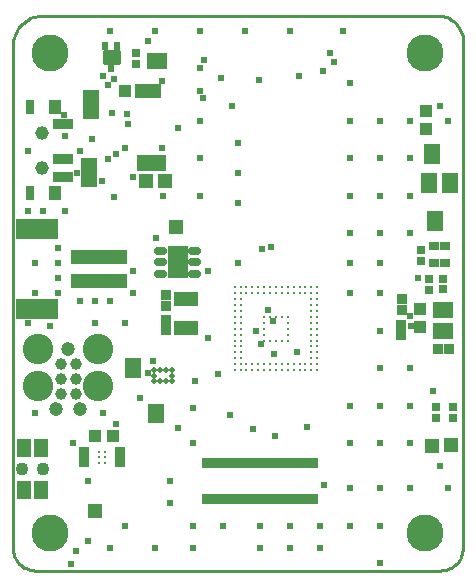
<source format=gbr>
G04 EAGLE Gerber RS-274X export*
G75*
%MOMM*%
%FSLAX34Y34*%
%LPD*%
%INSoldermask Top*%
%IPPOS*%
%AMOC8*
5,1,8,0,0,1.08239X$1,22.5*%
G01*
%ADD10C,3.124200*%
%ADD11R,1.353200X1.653200*%
%ADD12R,0.823200X0.823200*%
%ADD13R,1.653200X1.353200*%
%ADD14R,1.153200X1.203200*%
%ADD15R,0.903200X0.803200*%
%ADD16R,4.803200X1.203200*%
%ADD17R,3.603200X1.803200*%
%ADD18C,0.990600*%
%ADD19C,1.193800*%
%ADD20C,2.578100*%
%ADD21R,1.473200X0.838200*%
%ADD22R,0.838200X1.473200*%
%ADD23R,0.246381X0.787400*%
%ADD24R,9.937600X0.812800*%
%ADD25R,1.003200X1.003200*%
%ADD26R,0.703200X0.703200*%
%ADD27R,1.253200X1.603200*%
%ADD28C,1.103200*%
%ADD29R,1.703200X0.903200*%
%ADD30R,0.803200X1.203200*%
%ADD31R,1.003200X1.203200*%
%ADD32C,1.153200*%
%ADD33C,0.304800*%
%ADD34C,0.325000*%
%ADD35R,1.803200X2.703200*%
%ADD36C,0.653200*%
%ADD37R,2.108200X1.295400*%
%ADD38R,1.203200X1.203200*%
%ADD39C,0.508000*%
%ADD40R,2.203200X1.303200*%
%ADD41R,0.512413X0.703200*%
%ADD42R,0.512413X0.853200*%
%ADD43C,0.409087*%
%ADD44C,0.606400*%
%ADD45C,0.254000*%


D10*
X31750Y31750D03*
X349250Y31750D03*
X349250Y438150D03*
X31750Y438150D03*
D11*
X351934Y328422D03*
X369934Y328422D03*
D12*
X359990Y187960D03*
X368990Y187960D03*
D13*
X364236Y202836D03*
X364236Y220836D03*
D12*
X129540Y233100D03*
X129540Y224100D03*
X129540Y203526D03*
X129540Y212526D03*
X60198Y100766D03*
X60198Y91766D03*
X90678Y100766D03*
X90678Y91766D03*
X329184Y220544D03*
X329184Y229544D03*
X328930Y208208D03*
X328930Y199208D03*
D14*
X112650Y329692D03*
X128650Y329692D03*
D15*
X356188Y260716D03*
X356188Y274716D03*
X366188Y260716D03*
X366188Y274716D03*
D16*
X72560Y245270D03*
X72560Y265270D03*
D17*
X20560Y221270D03*
X20560Y289270D03*
D18*
X40386Y175006D03*
X40386Y162306D03*
X40386Y149606D03*
X53086Y149606D03*
X53086Y162306D03*
X53086Y175006D03*
D19*
X46736Y187706D03*
X56886Y136906D03*
X36586Y136906D03*
D20*
X72136Y187706D03*
X72136Y155956D03*
X21336Y155956D03*
X21336Y187706D03*
D21*
X357378Y292100D03*
X357378Y300228D03*
D22*
X118110Y431800D03*
X126238Y431800D03*
D21*
X121158Y129032D03*
X121158Y137160D03*
D23*
X201556Y60833D03*
X197556Y60833D03*
X193556Y60833D03*
X189556Y60833D03*
X185556Y60833D03*
X181556Y60833D03*
X177556Y60833D03*
X173556Y60833D03*
X169556Y60833D03*
X165556Y60833D03*
X161556Y60833D03*
X245556Y60833D03*
X241556Y60833D03*
X237556Y60833D03*
X233556Y60833D03*
X229556Y60833D03*
X225556Y60833D03*
X221556Y60833D03*
X217556Y60833D03*
X213556Y60833D03*
X209556Y60833D03*
X205556Y60833D03*
X197556Y91567D03*
X193556Y91567D03*
X189556Y91567D03*
X185556Y91567D03*
X181556Y91567D03*
X177556Y91567D03*
X173556Y91567D03*
X169556Y91567D03*
X165556Y91567D03*
X161556Y91567D03*
X245556Y91567D03*
X241556Y91567D03*
X237556Y91567D03*
X233556Y91567D03*
X229556Y91567D03*
X225556Y91567D03*
X221556Y91567D03*
X217556Y91567D03*
X213556Y91567D03*
X209556Y91567D03*
X205556Y91567D03*
X201556Y91567D03*
D24*
X209550Y60960D03*
X209550Y91440D03*
D23*
X257556Y60833D03*
X253556Y60833D03*
X249556Y60833D03*
X257556Y91567D03*
X253556Y91567D03*
X249556Y91567D03*
D25*
X344932Y206114D03*
X344932Y221114D03*
D26*
X372364Y129104D03*
X372364Y138104D03*
X358648Y129104D03*
X358648Y138104D03*
X345186Y271200D03*
X345186Y262200D03*
X363982Y247070D03*
X363982Y238070D03*
X352044Y246816D03*
X352044Y237816D03*
D25*
X349758Y388754D03*
X349758Y373754D03*
X69462Y114300D03*
X84462Y114300D03*
D27*
X24014Y103852D03*
X24014Y67852D03*
X9514Y103852D03*
X9514Y67852D03*
D28*
X7764Y85852D03*
X25764Y85852D03*
D29*
X42392Y333354D03*
X42392Y348354D03*
X42392Y378354D03*
D30*
X14892Y319354D03*
D31*
X35892Y319354D03*
D30*
X14892Y392354D03*
D31*
X35892Y392354D03*
D32*
X24892Y340854D03*
X24892Y370854D03*
D33*
X222758Y234724D03*
X217758Y234724D03*
X212758Y234724D03*
X227758Y234724D03*
X232758Y234724D03*
X197758Y234724D03*
X192758Y234724D03*
X187758Y234724D03*
X202758Y234724D03*
X207758Y234724D03*
X247758Y234724D03*
X242758Y234724D03*
X237758Y234724D03*
X252758Y234724D03*
X257758Y234724D03*
X192758Y229724D03*
X187758Y229724D03*
X252758Y229724D03*
X257758Y229724D03*
X222758Y239749D03*
X217758Y239749D03*
X212758Y239749D03*
X227758Y239749D03*
X232758Y239749D03*
X197758Y239749D03*
X192758Y239749D03*
X187758Y239749D03*
X202758Y239749D03*
X207758Y239749D03*
X247758Y239749D03*
X242758Y239749D03*
X237758Y239749D03*
X252758Y239749D03*
X257758Y239749D03*
X192758Y224724D03*
X187758Y224724D03*
X252758Y224724D03*
X257758Y224724D03*
X192758Y219724D03*
X187758Y219724D03*
X252758Y219724D03*
X257758Y219724D03*
X222758Y214724D03*
X217758Y214724D03*
X212758Y214724D03*
X227758Y214724D03*
X232758Y214724D03*
X192758Y214724D03*
X187758Y214724D03*
X252758Y214724D03*
X257758Y214724D03*
X212758Y209724D03*
X232758Y209724D03*
X192758Y209724D03*
X187758Y209724D03*
X252758Y209724D03*
X257758Y209724D03*
X212758Y204724D03*
X232758Y204724D03*
X192758Y204724D03*
X187758Y204724D03*
X252758Y204724D03*
X257758Y204724D03*
X212758Y199724D03*
X232758Y199724D03*
X192758Y199724D03*
X187758Y199724D03*
X252758Y199724D03*
X257758Y199724D03*
X222758Y194724D03*
X217758Y194724D03*
X212758Y194724D03*
X227758Y194724D03*
X232758Y194724D03*
X192758Y194724D03*
X187758Y194724D03*
X252758Y194724D03*
X257758Y194724D03*
X192758Y189724D03*
X187758Y189724D03*
X252758Y189724D03*
X257758Y189724D03*
X192758Y184724D03*
X187758Y184724D03*
X252758Y184724D03*
X257758Y184724D03*
X192758Y179724D03*
X187758Y179724D03*
X252758Y179724D03*
X257758Y179724D03*
X222758Y174724D03*
X217758Y174724D03*
X212758Y174724D03*
X227758Y174724D03*
X232758Y174724D03*
X197758Y174724D03*
X192758Y174724D03*
X187758Y174724D03*
X202758Y174724D03*
X207758Y174724D03*
X247758Y174724D03*
X242758Y174724D03*
X237758Y174724D03*
X252758Y174724D03*
X257758Y174724D03*
X222758Y169724D03*
X217758Y169724D03*
X212758Y169724D03*
X227758Y169724D03*
X232758Y169724D03*
X197758Y169724D03*
X192758Y169724D03*
X187758Y169724D03*
X202758Y169724D03*
X207758Y169724D03*
X247758Y169724D03*
X242758Y169724D03*
X237758Y169724D03*
X252758Y169724D03*
X257758Y169724D03*
D34*
X77684Y100758D03*
X72684Y100758D03*
X77684Y95758D03*
X72684Y95758D03*
X77684Y90758D03*
X72684Y90758D03*
D35*
X139446Y260858D03*
D36*
X151946Y260858D02*
X155946Y260858D01*
X126946Y260858D02*
X122946Y260858D01*
X151946Y270858D02*
X155946Y270858D01*
X155946Y250858D02*
X151946Y250858D01*
X126946Y250858D02*
X122946Y250858D01*
X122946Y270858D02*
X126946Y270858D01*
D37*
X146812Y229870D03*
X146812Y204978D03*
D21*
X66548Y386334D03*
X66548Y394462D03*
X66548Y402590D03*
D38*
X137922Y290830D03*
X69850Y50800D03*
X355092Y105664D03*
X370586Y105918D03*
D22*
X109474Y345186D03*
X117602Y345186D03*
X125730Y345186D03*
D21*
X64770Y328676D03*
X64770Y336804D03*
X64770Y344932D03*
D39*
X119500Y160100D03*
X119500Y165100D03*
X119500Y170100D03*
X124500Y160100D03*
X124500Y170100D03*
X129500Y160100D03*
X129500Y170100D03*
X134500Y160100D03*
X134500Y165100D03*
X134500Y170100D03*
D21*
X101600Y167386D03*
X101600Y175514D03*
X354584Y348488D03*
X354584Y356616D03*
D40*
X114100Y406400D03*
D25*
X95100Y406400D03*
D26*
X104394Y429078D03*
X104394Y438078D03*
D41*
X88312Y443848D03*
D42*
X83312Y426598D03*
D41*
X78312Y443848D03*
D43*
X77841Y438819D02*
X88783Y438819D01*
X88783Y430877D01*
X77841Y430877D01*
X77841Y438819D01*
X77841Y434763D02*
X88783Y434763D01*
X88783Y438649D02*
X77841Y438649D01*
D44*
X85598Y316484D03*
X87122Y353060D03*
X162052Y432562D03*
X209788Y191639D03*
X311150Y107950D03*
X311150Y69850D03*
X336550Y69850D03*
X336550Y107950D03*
X285750Y107950D03*
X285750Y69850D03*
X285750Y38100D03*
X311150Y38100D03*
X260350Y38100D03*
X234950Y38100D03*
X209550Y38100D03*
X177800Y38100D03*
X152400Y38100D03*
X95250Y38100D03*
X82550Y19050D03*
X120650Y19050D03*
X152400Y19050D03*
X209550Y19050D03*
X234950Y19050D03*
X260350Y19050D03*
X311150Y6350D03*
X368300Y69850D03*
X361950Y88900D03*
X336550Y139700D03*
X311150Y139700D03*
X285750Y139700D03*
X311150Y171450D03*
X336550Y171450D03*
X311150Y203200D03*
X311150Y234950D03*
X311150Y260350D03*
X311150Y285750D03*
X311150Y317500D03*
X311150Y349250D03*
X311150Y381000D03*
X285750Y381000D03*
X285750Y349250D03*
X285750Y317500D03*
X285750Y285750D03*
X285750Y260350D03*
X285750Y234950D03*
X336550Y285750D03*
X336550Y317500D03*
X336550Y349250D03*
X336550Y381000D03*
X368300Y381000D03*
X279400Y457200D03*
X234950Y457200D03*
X196850Y457200D03*
X158750Y457200D03*
X120650Y457200D03*
X82550Y457200D03*
X158750Y425450D03*
X158750Y381000D03*
X158750Y349250D03*
X158750Y317500D03*
X127000Y317500D03*
X25400Y304800D03*
X12700Y304800D03*
X12700Y355600D03*
X285750Y412750D03*
X190500Y361950D03*
X190500Y336550D03*
X190500Y311150D03*
X165100Y254000D03*
X101600Y254000D03*
X101600Y234950D03*
X82550Y228600D03*
X69850Y228600D03*
X57150Y228600D03*
X38100Y234950D03*
X38100Y247650D03*
X38100Y260350D03*
X38100Y273050D03*
X19050Y260350D03*
X19050Y234950D03*
X69850Y209550D03*
X12700Y209550D03*
X19050Y133350D03*
X76200Y133350D03*
X63500Y76200D03*
X133350Y76200D03*
X133350Y57150D03*
X152400Y107950D03*
X139700Y120650D03*
X263144Y72644D03*
X221996Y113792D03*
X203200Y119888D03*
X184150Y131318D03*
X152400Y137668D03*
X154178Y160528D03*
X165100Y196850D03*
X221234Y183642D03*
X240284Y185166D03*
X216408Y220980D03*
X190500Y260350D03*
X242062Y418592D03*
X262382Y422656D03*
X176022Y416814D03*
X85344Y416306D03*
X173736Y166116D03*
X249428Y121158D03*
X342900Y247650D03*
X218186Y273558D03*
X211074Y272542D03*
X337312Y206756D03*
X205486Y203200D03*
X63500Y25400D03*
X49604Y5154D03*
X84002Y387062D03*
X53271Y16510D03*
X96266Y386842D03*
X97282Y377952D03*
X66802Y365252D03*
X54610Y336550D03*
X185633Y393700D03*
X361950Y393700D03*
X95250Y209550D03*
X126492Y414274D03*
X114300Y448564D03*
X95250Y357378D03*
X161290Y400050D03*
X44450Y304800D03*
X76200Y419100D03*
X44450Y368300D03*
X158750Y406400D03*
X120904Y281686D03*
X336550Y215900D03*
X355600Y152400D03*
X50800Y107950D03*
X31750Y207264D03*
X220218Y211074D03*
X271526Y430784D03*
X268224Y438150D03*
X101600Y332994D03*
X80518Y348742D03*
X75184Y329692D03*
X126238Y357378D03*
X139700Y374650D03*
X87376Y124460D03*
X80595Y410702D03*
X208026Y415036D03*
X114300Y167386D03*
X57150Y355600D03*
X43434Y386080D03*
X107950Y146050D03*
X118505Y177179D03*
D45*
X0Y19050D02*
X73Y17390D01*
X289Y15742D01*
X649Y14120D01*
X1149Y12535D01*
X1785Y10999D01*
X2552Y9525D01*
X3445Y8123D01*
X4457Y6805D01*
X5580Y5580D01*
X6805Y4457D01*
X8123Y3445D01*
X9525Y2552D01*
X10999Y1785D01*
X12535Y1149D01*
X14120Y649D01*
X15742Y289D01*
X17390Y73D01*
X19050Y0D01*
X361950Y0D01*
X363610Y73D01*
X365258Y289D01*
X366881Y649D01*
X368465Y1149D01*
X370001Y1785D01*
X371475Y2552D01*
X372877Y3445D01*
X374195Y4457D01*
X375420Y5580D01*
X376543Y6805D01*
X377555Y8123D01*
X378448Y9525D01*
X379215Y10999D01*
X379851Y12535D01*
X380351Y14120D01*
X380711Y15742D01*
X380928Y17390D01*
X381000Y19050D01*
X381000Y444500D01*
X381192Y446449D01*
X381214Y448408D01*
X381064Y450360D01*
X380746Y452293D01*
X380260Y454190D01*
X379610Y456038D01*
X378802Y457822D01*
X377841Y459529D01*
X376736Y461145D01*
X375493Y462660D01*
X374124Y464060D01*
X372637Y465335D01*
X371045Y466476D01*
X369360Y467474D01*
X367594Y468321D01*
X365761Y469011D01*
X363875Y469539D01*
X361950Y469900D01*
X25400Y469900D01*
X23186Y469803D01*
X20989Y469514D01*
X18826Y469035D01*
X16713Y468368D01*
X14666Y467520D01*
X12700Y466497D01*
X10831Y465306D01*
X9073Y463958D01*
X7440Y462461D01*
X5942Y460827D01*
X4594Y459069D01*
X3403Y457200D01*
X2380Y455235D01*
X1532Y453187D01*
X865Y451074D01*
X386Y448911D01*
X97Y446714D01*
X0Y444500D01*
X0Y19050D01*
M02*

</source>
